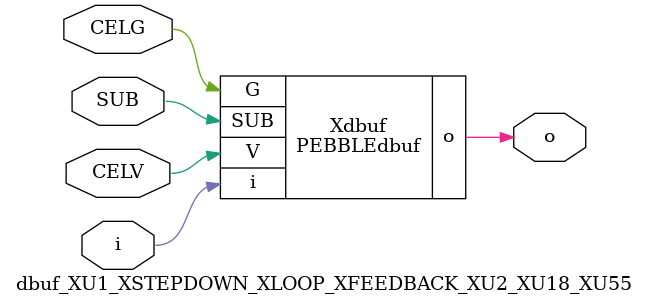
<source format=v>



module PEBBLEdbuf ( o, G, SUB, V, i );

  input V;
  input i;
  input G;
  output o;
  input SUB;
endmodule

//Celera Confidential Do Not Copy dbuf_XU1_XSTEPDOWN_XLOOP_XFEEDBACK_XU2_XU18_XU55
//Celera Confidential Symbol Generator
//Digital Buffer
module dbuf_XU1_XSTEPDOWN_XLOOP_XFEEDBACK_XU2_XU18_XU55 (CELV,CELG,i,o,SUB);
input CELV;
input CELG;
input i;
input SUB;
output o;

//Celera Confidential Do Not Copy dbuf
PEBBLEdbuf Xdbuf(
.V (CELV),
.i (i),
.o (o),
.SUB (SUB),
.G (CELG)
);
//,diesize,PEBBLEdbuf

//Celera Confidential Do Not Copy Module End
//Celera Schematic Generator
endmodule

</source>
